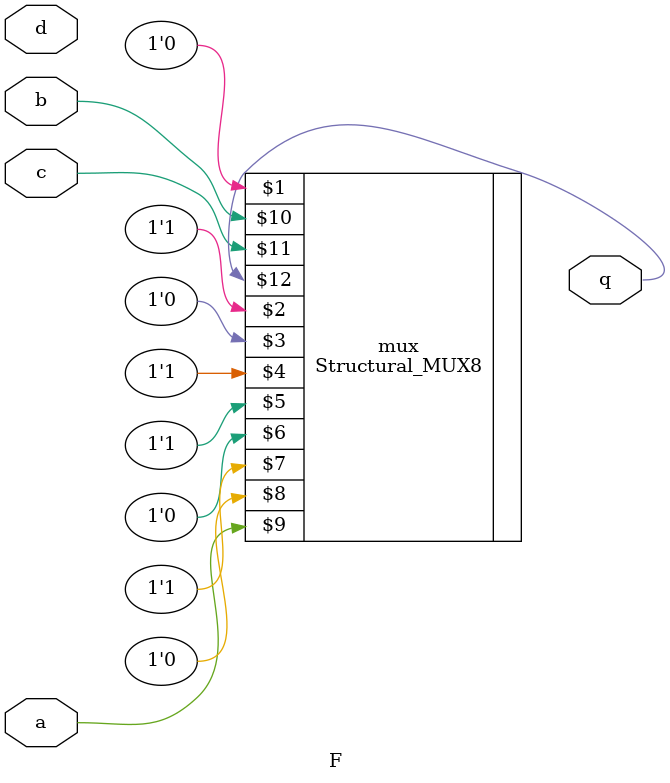
<source format=sv>
`timescale 1ns / 1ps


module F(
    input logic a,b,c,d,
    output logic q
    );
    
    Structural_MUX8 mux(1'b0,1'b1,1'b0,1'b1,1'b1,1'b0,1'b1,1'b0, a, b, c, q);
endmodule

</source>
